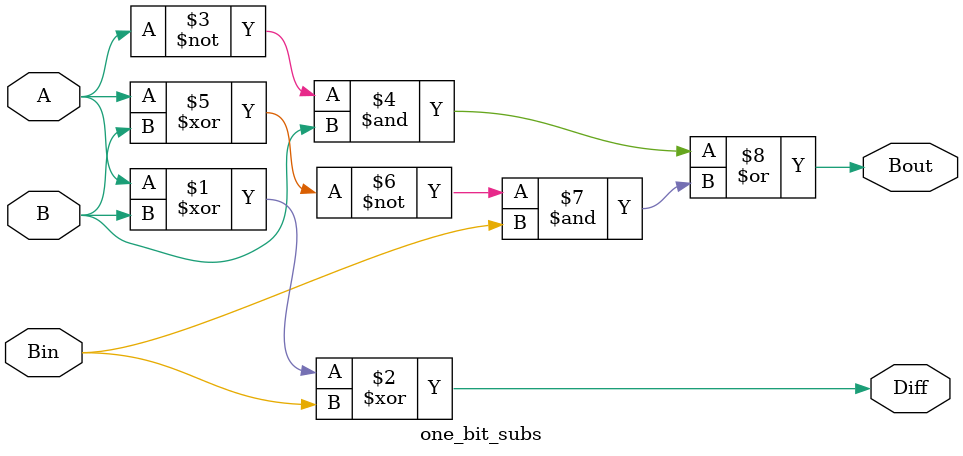
<source format=v>
`timescale 1ns / 1ps



module one_bit_subs(
        input A,
        input B,
        input Bin, 
        output Diff,  
        output Bout
    );
    assign Diff = A ^ B ^ Bin;  
    assign Bout = (~A & B) | ((~(A^B)) & Bin);
endmodule

</source>
